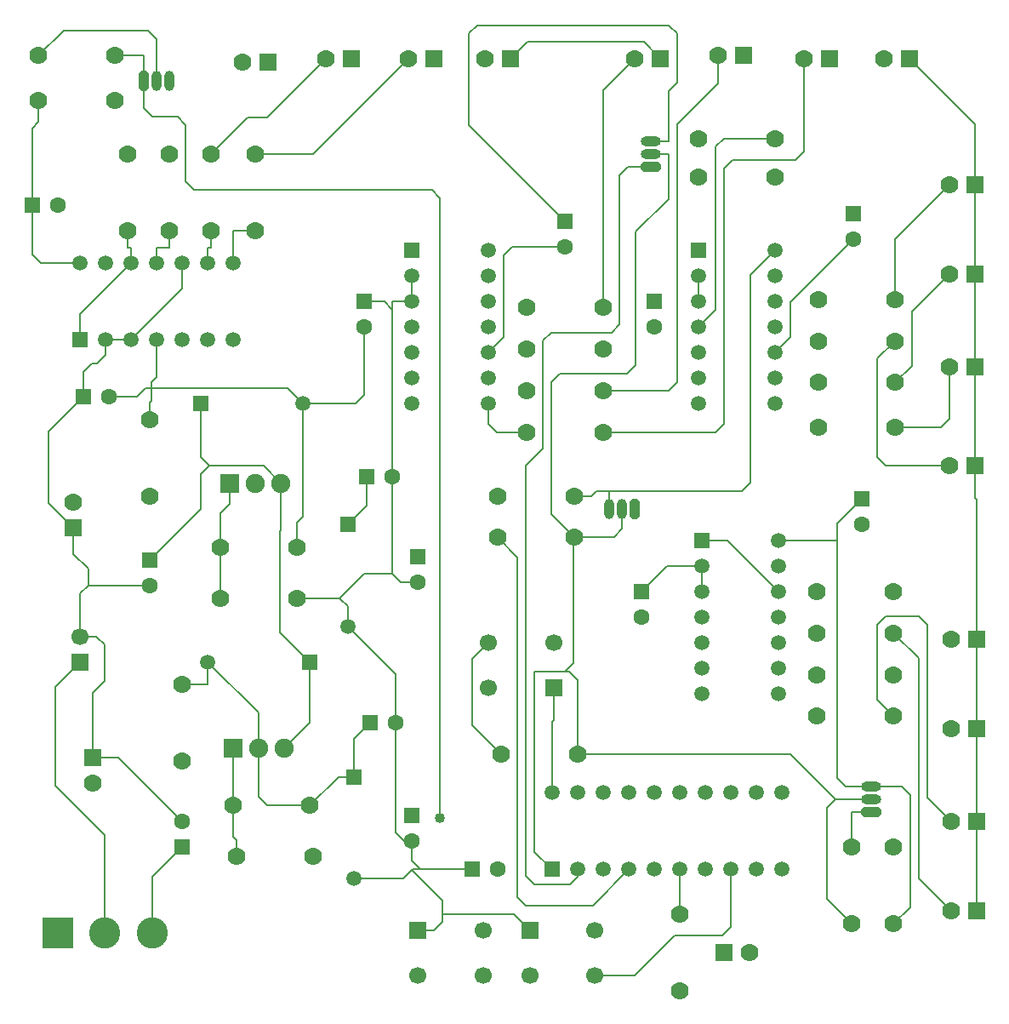
<source format=gbr>
G04 DipTrace 3.1.0.1*
G04 Bottom.gbr*
%MOIN*%
G04 #@! TF.FileFunction,Copper,L2,Bot*
G04 #@! TF.Part,Single*
%AMOUTLINE0*
4,1,8,
0.019685,0.029528,
0.009843,0.03937,
-0.009843,0.03937,
-0.019685,0.029528,
-0.019685,-0.029528,
-0.009843,-0.03937,
0.009843,-0.03937,
0.019685,-0.029528,
0.019685,0.029528,
0*%
%AMOUTLINE3*
4,1,8,
0.029528,-0.019685,
0.03937,-0.009843,
0.03937,0.009843,
0.029528,0.019685,
-0.029528,0.019685,
-0.03937,0.009843,
-0.03937,-0.009843,
-0.029528,-0.019685,
0.029528,-0.019685,
0*%
%AMOUTLINE6*
4,1,8,
-0.019685,-0.029528,
-0.009843,-0.03937,
0.009843,-0.03937,
0.019685,-0.029528,
0.019685,0.029528,
0.009843,0.03937,
-0.009843,0.03937,
-0.019685,0.029528,
-0.019685,-0.029528,
0*%
G04 #@! TA.AperFunction,Conductor*
%ADD11C,0.006*%
G04 #@! TA.AperFunction,ComponentPad*
%ADD13R,0.074803X0.074803*%
%ADD14C,0.074803*%
%ADD15C,0.07*%
%ADD16C,0.07*%
%ADD17R,0.059055X0.059055*%
%ADD18C,0.059055*%
%ADD19C,0.062992*%
%ADD20R,0.062992X0.062992*%
%ADD21R,0.07X0.07*%
%ADD22R,0.066929X0.066929*%
%ADD23C,0.066929*%
%ADD24R,0.122047X0.122047*%
%ADD25C,0.122047*%
%ADD26O,0.03937X0.07874*%
%ADD27O,0.07874X0.03937*%
G04 #@! TA.AperFunction,ViaPad*
%ADD28C,0.04*%
G04 #@! TA.AperFunction,ComponentPad*
%ADD72OUTLINE0*%
%ADD75OUTLINE3*%
%ADD78OUTLINE6*%
%FSLAX26Y26*%
G04*
G70*
G90*
G75*
G01*
G04 Bottom*
%LPD*%
X3531500Y2969000D2*
D11*
X3591028Y3028528D1*
Y3166534D1*
X3837493Y3413000D1*
X4319000Y781500D2*
Y1131500D1*
X2406500Y2969000D2*
X2466028Y3028528D1*
Y3348500D1*
X2499028Y3381500D1*
X2706500D1*
X1206500Y3319000D2*
Y3219000D1*
X1006500Y3019000D1*
X1656500Y2006500D2*
X1823500D1*
X1856500Y1973500D1*
Y1896362D1*
X2569000Y706500D2*
X2505535Y769965D1*
X2227969D1*
Y739501D1*
X2194969Y706500D1*
X2131500D1*
X1881500Y908862D2*
X2073500D1*
X2106500Y941862D1*
X2227969Y820394D1*
Y769965D1*
X2662406Y1654335D2*
Y1527819D1*
X2656501Y1521915D1*
Y1244000D1*
X2106500Y3269000D2*
Y3169000D1*
X1823500Y2006500D2*
X1919000Y2102000D1*
X2031500D1*
Y2481500D1*
X3081500Y4119000D2*
X3016500Y4184000D1*
X2559000D1*
X2494000Y4119000D1*
X781500Y2281500D2*
Y2179500D1*
X839500Y2121500D1*
Y2056500D1*
X806500Y2023500D1*
Y1856500D1*
X3244000Y2031500D2*
Y2131500D1*
X2106500Y1056500D2*
Y977000D1*
X2139500Y944000D1*
X2344000D1*
X2031500Y2102000D2*
X2064500Y2069000D1*
X2131500D1*
X3231500Y3269000D2*
Y3169000D1*
X4312493Y3625500D2*
Y3863007D1*
X4056500Y4119000D1*
X4312493Y3275500D2*
Y3625500D1*
Y2913000D2*
Y3275500D1*
Y2525500D2*
Y2913000D1*
X4319000Y1844000D2*
Y2391249D1*
X4312493Y2397756D1*
Y2525500D1*
X4319000Y1494000D2*
Y1844000D1*
Y1131500D2*
Y1494000D1*
X856500Y1381500D2*
X956500D1*
X1206500Y1131500D1*
X806500Y1856500D2*
X869965D1*
X902965Y1823500D1*
Y1683268D1*
X856500Y1636803D1*
Y1381500D1*
X1081500Y2056500D2*
X839500D1*
X819000Y2794000D2*
X683500Y2658500D1*
Y2379500D1*
X781500Y2281500D1*
X906500Y3019000D2*
Y2959472D1*
X873500Y2926472D1*
X852000D1*
X819000Y2893472D1*
Y2794000D1*
X1006500Y3019000D2*
X906500D1*
X2106500Y941862D2*
X2108638Y944000D1*
X2139500D1*
X2106500Y1056500D2*
D3*
X2044000Y1519000D2*
Y1087996D1*
X2075496Y1056500D1*
X2106500D1*
X1856500Y1896362D2*
X2044000Y1708862D1*
Y1519000D1*
X2106500Y3169000D2*
X2031500D1*
Y3135996D1*
X1998496Y3169000D1*
X1919000D1*
X2031500Y2481500D2*
Y3135996D1*
X3244000Y2131500D2*
X3106500D1*
X3006500Y2031500D1*
X1081500Y2156500D2*
X1281500Y2356500D1*
Y2490906D1*
X1314500Y2523906D1*
X1526594D1*
X1594000Y2456500D1*
X1206500Y1031500D2*
X1089079Y914079D1*
Y694000D1*
X1314500Y2523906D2*
X1281500Y2556906D1*
Y2769000D1*
X1705319Y1756500D2*
Y1517819D1*
X1606500Y1419000D1*
X1594000Y2456500D2*
Y2272752D1*
X1591500Y2270252D1*
Y1870319D1*
X1705319Y1756500D1*
X4212493Y2525500D2*
X3963496D1*
X3930496Y2558500D1*
Y2943503D1*
X3999993Y3013000D1*
X4219000Y781500D2*
X4092000Y908500D1*
Y1771000D1*
X3994000Y1869000D1*
X1356500Y2006500D2*
Y2206500D1*
Y2337346D1*
X1394000Y2374846D1*
Y2456500D1*
X4212493Y3625500D2*
X3999993Y3413000D1*
Y3175500D1*
X4212493Y3275500D2*
X4064996Y3128003D1*
Y2915503D1*
X3999993Y2850500D1*
X1406500Y1419000D2*
Y1194000D1*
Y1071500D1*
X1419000Y1059000D1*
Y994000D1*
X4212493Y2913000D2*
Y2708500D1*
X4179493Y2675500D1*
X3999993D1*
X2444000Y2244000D2*
X2521500Y2166500D1*
Y835965D1*
X2554500Y802965D1*
X2815465D1*
X2956500Y944000D1*
X4219000Y1131500D2*
X4125000Y1225500D1*
Y1901000D1*
X4092000Y1934000D1*
X3962000D1*
X3929000Y1901000D1*
Y1609000D1*
X3994000Y1544000D1*
X3544000Y2031500D2*
X3344000Y2231500D1*
X3244000D1*
X2856500Y3144000D2*
Y3994000D1*
X2981500Y4119000D1*
X3306500Y4131500D2*
Y4022741D1*
X3146370Y3862612D1*
Y2852000D1*
X3113370Y2819000D1*
X2856500D1*
X3644000Y4119000D2*
Y3754500D1*
X3611000Y3721500D1*
X3362500D1*
X3329500Y3688500D1*
Y2689500D1*
X3296500Y2656500D1*
X2856500D1*
X2556500D2*
X2439500D1*
X2406500Y2689500D1*
Y2769000D1*
X1769000Y4119000D2*
X1539017Y3889017D1*
X1464017D1*
X1319000Y3744000D1*
X2094000Y4119000D2*
X1719000Y3744000D1*
X1494000D1*
X994000Y3444000D2*
Y3378528D1*
X1006500D1*
Y3319000D1*
X806500Y3119000D1*
Y3019000D1*
X1156500Y3444000D2*
Y3378528D1*
X1106500D1*
Y3319000D1*
X1319000Y3444000D2*
Y3378528D1*
X1306500D1*
Y3319000D1*
X1494000Y3444000D2*
X1406500D1*
Y3319000D1*
X2456500Y1394000D2*
X2343035Y1507465D1*
Y1768035D1*
X2406500Y1831500D1*
X3044000Y3694000D2*
X2954500D1*
X2921500Y3661000D1*
Y3079500D1*
X2888500Y3046500D1*
X2654500D1*
X2621500Y3013500D1*
Y2592000D1*
X2554500Y2525000D1*
Y917472D1*
X2587500Y884472D1*
X2726972D1*
X2756500Y914000D1*
Y944000D1*
X3156501D2*
X3156500Y769000D1*
X904039Y694000D2*
Y1076996D1*
X710035Y1271000D1*
Y1660035D1*
X806500Y1756500D1*
X2824906Y529335D2*
X2981165D1*
X3135831Y684000D1*
X3323500D1*
X3356501Y717001D1*
Y944000D1*
X3531500Y3369000D2*
X3433504Y3271004D1*
Y2458870D1*
X3400504Y2425870D1*
X2881500D1*
X2828370D1*
X2809000Y2406500D1*
X2744000D1*
X2881500Y2425870D2*
Y2356500D1*
X3994000Y731500D2*
X4059000Y796500D1*
Y1236000D1*
X4026000Y1269000D1*
X3906500D1*
X3807504D1*
X3774504Y1302000D1*
Y2231500D1*
Y2299504D1*
X3869000Y2394000D1*
X3774504Y2231500D2*
X3544000D1*
X2706500Y3481500D2*
X2328996Y3859004D1*
Y4217000D1*
X2361996Y4250000D1*
X3113500D1*
X3146500Y4217000D1*
Y4025244D1*
X3113370Y3992114D1*
Y3794000D1*
X3044000D1*
X644000Y3956500D2*
Y3871000D1*
X619000Y3846000D1*
Y3544000D1*
Y3352000D1*
X652000Y3319000D1*
X806500D1*
X3831500Y1031500D2*
Y1169000D1*
X3906500D1*
X2217996Y1145008D2*
Y3572496D1*
X2184996Y3605496D1*
X1254500D1*
X1221500Y3638496D1*
Y3858504D1*
X1188500Y3891504D1*
X1089500D1*
X1056500Y3924504D1*
Y4031500D1*
Y4131500D1*
X944000D1*
X3231500Y3069000D2*
X3296500Y3134000D1*
Y3773500D1*
X3329500Y3806500D1*
X3531500D1*
X919000Y2794000D2*
X1029713D1*
X1064240Y2828528D1*
X1087500D1*
X1619610D1*
X1679138Y2769000D1*
X1106500Y3019000D2*
Y2871028D1*
X1087500Y2852028D1*
Y2828528D1*
X1656500Y2206500D2*
Y2302980D1*
X1679138Y2325618D1*
Y2769000D1*
X1856500Y2294000D2*
X1931500Y2369000D1*
Y2481500D1*
X1679138Y2769000D2*
X1886000D1*
X1919000Y2802000D1*
Y3069000D1*
X1087500Y2828528D2*
Y2777500D1*
X1081500Y2771500D1*
Y2706500D1*
X2931500Y2356500D2*
Y2277000D1*
X2898500Y2244000D1*
X2744000D1*
X2656500Y944000D2*
X2587500Y1013000D1*
Y1717799D1*
X2708000D1*
X2723500D1*
X2756500Y1684799D1*
Y1394000D1*
X1944000Y1519000D2*
X1881500Y1456500D1*
Y1306500D1*
X2744000Y2244000D2*
D3*
X2756500Y1394000D2*
X3591500D1*
X3766500Y1219000D1*
X3733500Y1186000D1*
Y829500D1*
X3831500Y731500D1*
X1106500Y4031500D2*
Y4196500D1*
X1073500Y4229500D1*
X742000D1*
X644000Y4131500D1*
X2744000Y2244000D2*
X2654500Y2333500D1*
Y2851000D1*
X2687500Y2884000D1*
X2951472D1*
X2984472Y2917000D1*
Y3440622D1*
X3113370Y3569520D1*
Y3744000D1*
X3044000D1*
X3766500Y1219000D2*
X3906500D1*
X1307681Y1756500D2*
Y1669000D1*
X1206500D1*
X1506500Y1419000D2*
Y1557681D1*
X1307681Y1756500D1*
X1706500Y1194000D2*
X1539500D1*
X1506500Y1227000D1*
Y1419000D1*
X1881500Y1306500D2*
X1819000D1*
X1706500Y1194000D1*
X2744000Y2244000D2*
X2741000Y2241000D1*
Y1750799D1*
X2708000Y1717799D1*
D28*
X2217996Y1145008D3*
D13*
X1394000Y2456500D3*
D14*
X1494000D3*
X1594000D3*
D15*
X1656500Y2206500D3*
D16*
X1356500D3*
D15*
Y2006500D3*
D16*
X1656500D3*
D17*
X1281500Y2769000D3*
D18*
X1679138D3*
D19*
X1081500Y2056500D3*
D20*
Y2156500D3*
D17*
X1856500Y2294000D3*
D18*
Y1896362D3*
D19*
X2131500Y2069000D3*
D20*
Y2169000D3*
X1931500Y2481500D3*
D19*
X2031500D3*
D15*
X1081500Y2706500D3*
D16*
Y2406500D3*
D15*
X781500Y2381500D3*
D21*
Y2281500D3*
D13*
X1406500Y1419000D3*
D14*
X1506500D3*
X1606500D3*
D15*
X1706500Y1194000D3*
D16*
X1406500D3*
D15*
X1419000Y994000D3*
D16*
X1719000D3*
D17*
X1705319Y1756500D3*
D18*
X1307681D3*
D19*
X1206500Y1131500D3*
D20*
Y1031500D3*
D17*
X1881500Y1306500D3*
D18*
Y908862D3*
D19*
X2106500Y1056500D3*
D20*
Y1156500D3*
X1944000Y1519000D3*
D19*
X2044000D3*
D15*
X1206500Y1669000D3*
D16*
Y1369000D3*
D15*
X856500Y1281500D3*
D21*
Y1381500D3*
D22*
X806500Y1756500D3*
D23*
Y1856500D3*
D17*
X3231500Y3369000D3*
D18*
Y3269000D3*
Y3169000D3*
Y3069000D3*
Y2969000D3*
Y2869000D3*
Y2769000D3*
X3531500D3*
Y2869000D3*
Y2969000D3*
Y3069000D3*
Y3169000D3*
Y3269000D3*
Y3369000D3*
D15*
X3699993Y3175500D3*
D16*
X3999993D3*
D15*
X4212493Y3625500D3*
D21*
X4312493D3*
D15*
X3699993Y3013000D3*
D16*
X3999993D3*
D15*
X4212493Y2525500D3*
D21*
X4312493D3*
D15*
X3699993Y2850500D3*
D16*
X3999993D3*
D15*
X4212493Y3275500D3*
D21*
X4312493D3*
D15*
X3699993Y2675500D3*
D16*
X3999993D3*
D15*
X4212493Y2913000D3*
D21*
X4312493D3*
D19*
X3837493Y3413000D3*
D20*
Y3513000D3*
D19*
X3056500Y3069000D3*
D20*
Y3169000D3*
D17*
X3244000Y2231500D3*
D18*
Y2131500D3*
Y2031500D3*
Y1931500D3*
Y1831500D3*
Y1731500D3*
Y1631500D3*
X3544000D3*
Y1731500D3*
Y1831500D3*
Y1931500D3*
Y2031500D3*
Y2131500D3*
Y2231500D3*
D15*
X3694000Y2031500D3*
D16*
X3994000D3*
D15*
X4219000Y1844000D3*
D21*
X4319000D3*
D15*
X3694000Y1869000D3*
D16*
X3994000D3*
D15*
X4219000Y781500D3*
D21*
X4319000D3*
D15*
X3694000Y1706500D3*
D16*
X3994000D3*
D15*
X4219000Y1494000D3*
D21*
X4319000D3*
D15*
X3694000Y1544000D3*
D16*
X3994000D3*
D15*
X4219000Y1131500D3*
D21*
X4319000D3*
D19*
X3869000Y2294000D3*
D20*
Y2394000D3*
D19*
X3006500Y1931500D3*
D20*
Y2031500D3*
D17*
X2106500Y3369000D3*
D18*
Y3269000D3*
Y3169000D3*
Y3069000D3*
Y2969000D3*
Y2869000D3*
Y2769000D3*
X2406500D3*
Y2869000D3*
Y2969000D3*
Y3069000D3*
Y3169000D3*
Y3269000D3*
Y3369000D3*
D15*
X2556500Y3144000D3*
D16*
X2856500D3*
D15*
X2981500Y4119000D3*
D21*
X3081500D3*
D15*
X2556500Y2981500D3*
D16*
X2856500D3*
D15*
X3956500Y4119000D3*
D21*
X4056500D3*
D15*
X2556500Y2819000D3*
D16*
X2856500D3*
D15*
X3306500Y4131500D3*
D21*
X3406500D3*
D15*
X2556500Y2656500D3*
D16*
X2856500D3*
D15*
X3644000Y4119000D3*
D21*
X3744000D3*
D19*
X2706500Y3381500D3*
D20*
Y3481500D3*
D19*
X1919000Y3069000D3*
D20*
Y3169000D3*
D17*
X806500Y3019000D3*
D18*
X906500D3*
X1006500D3*
X1106500D3*
X1206500D3*
X1306500D3*
X1406500D3*
Y3319000D3*
X1306500D3*
X1206500D3*
X1106500D3*
X1006500D3*
X906500D3*
X806500D3*
D15*
X994000Y3444000D3*
D16*
Y3744000D3*
D15*
X1444000Y4106500D3*
D21*
X1544000D3*
D15*
X1156500Y3444000D3*
D16*
Y3744000D3*
D15*
X2394000Y4119000D3*
D21*
X2494000D3*
D15*
X1319000Y3444000D3*
D16*
Y3744000D3*
D15*
X1769000Y4119000D3*
D21*
X1869000D3*
D15*
X1494000Y3444000D3*
D16*
Y3744000D3*
D15*
X2094000Y4119000D3*
D21*
X2194000D3*
D19*
X719000Y3544000D3*
D20*
X619000D3*
D19*
X919000Y2794000D3*
D20*
X819000D3*
D17*
X2656500Y944000D3*
D18*
X2756500D3*
X2856500D3*
X2956500D3*
X3056501D3*
X3156501D3*
X3256500D3*
X3356501D3*
X3456501D3*
X3556500D3*
X2656501Y1244000D3*
X2756501D3*
X2856501D3*
X2956500D3*
X3056501D3*
X3156501D3*
X3256500D3*
X3356501D3*
X3456501D3*
X3556500D3*
D19*
X2444000Y944000D3*
D20*
X2344000D3*
D24*
X719000Y694000D3*
D25*
X904039D3*
X1089079D3*
D15*
X3156500Y469000D3*
D16*
Y769000D3*
D15*
X3431500Y619000D3*
D21*
X3331500D3*
D22*
X2131500Y706500D3*
D23*
Y529335D3*
X2387406D3*
Y706500D3*
D22*
X2569000D3*
D23*
Y529335D3*
X2824906D3*
Y706500D3*
D22*
X2662406Y1654335D3*
D23*
Y1831500D3*
X2406500D3*
Y1654335D3*
D15*
X2756500Y1394000D3*
D16*
X2456500D3*
D72*
X2981500Y2356500D3*
D26*
X2931500D3*
X2881500D3*
D15*
X2744000Y2244000D3*
D16*
X2444000D3*
D15*
Y2406500D3*
D16*
X2744000D3*
D75*
X3906500Y1169000D3*
D27*
Y1219000D3*
Y1269000D3*
D15*
X3831500Y1031500D3*
D16*
Y731500D3*
D15*
X3994000Y1031500D3*
D16*
Y731500D3*
D75*
X3044000Y3694000D3*
D27*
Y3744000D3*
Y3794000D3*
D15*
X3231500Y3656500D3*
D16*
X3531500D3*
D15*
Y3806500D3*
D16*
X3231500D3*
D78*
X1056500Y4031500D3*
D26*
X1106500D3*
X1156500D3*
D15*
X944000Y4131500D3*
D16*
X644000D3*
D15*
X944000Y3956500D3*
D16*
X644000D3*
M02*

</source>
